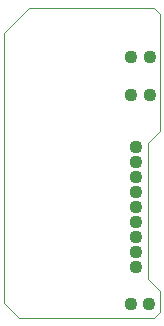
<source format=gbs>
G75*
%MOIN*%
%OFA0B0*%
%FSLAX25Y25*%
%IPPOS*%
%LPD*%
%AMOC8*
5,1,8,0,0,1.08239X$1,22.5*
%
%ADD10C,0.00000*%
%ADD11C,0.04362*%
D10*
X0006600Y0044600D02*
X0051600Y0044600D01*
X0053600Y0046600D01*
X0053600Y0053600D01*
X0049600Y0057600D01*
X0049600Y0103100D01*
X0053600Y0107100D01*
X0053600Y0146100D01*
X0051600Y0148100D01*
X0010100Y0148100D01*
X0001600Y0139600D01*
X0001600Y0049600D01*
X0006600Y0044600D01*
D11*
X0044000Y0049300D03*
X0050100Y0049300D03*
X0045700Y0061600D03*
X0045700Y0066600D03*
X0045700Y0071600D03*
X0045700Y0076600D03*
X0045700Y0081600D03*
X0045700Y0086600D03*
X0045700Y0091600D03*
X0045600Y0096600D03*
X0045600Y0101600D03*
X0044000Y0119100D03*
X0050200Y0119000D03*
X0050200Y0131600D03*
X0044000Y0131600D03*
M02*

</source>
